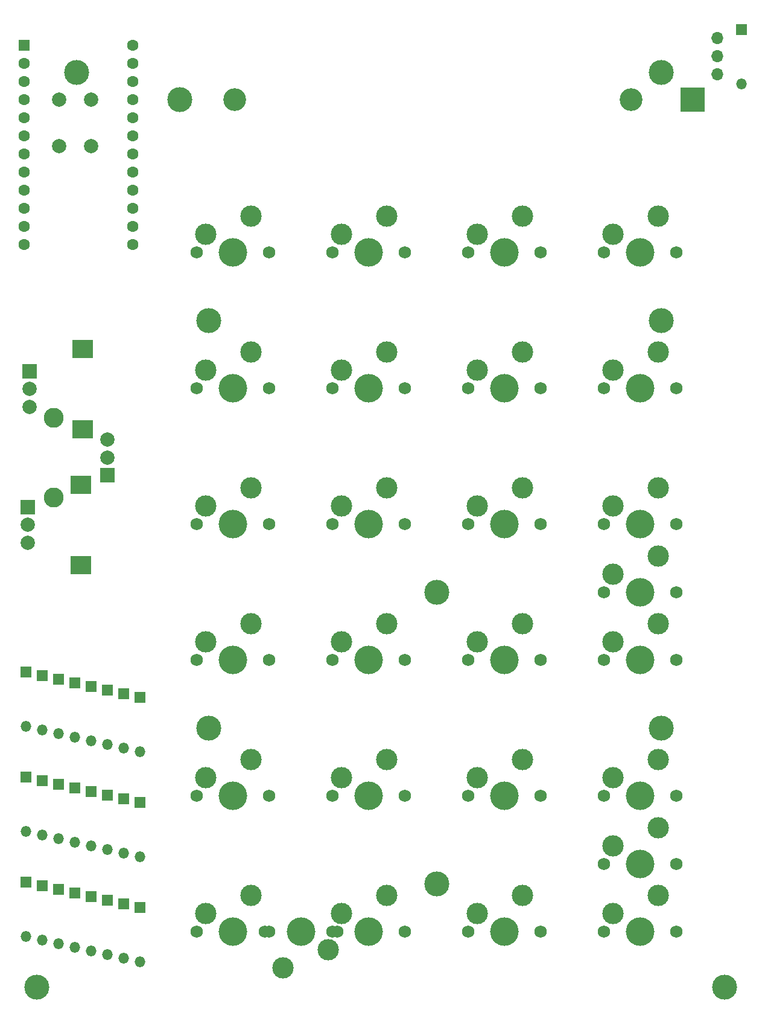
<source format=gbr>
%TF.GenerationSoftware,KiCad,Pcbnew,(5.1.10-1-10_14)*%
%TF.CreationDate,2021-10-29T16:46:54+02:00*%
%TF.ProjectId,Proletariat,50726f6c-6574-4617-9269-61742e6b6963,rev?*%
%TF.SameCoordinates,Original*%
%TF.FileFunction,Soldermask,Top*%
%TF.FilePolarity,Negative*%
%FSLAX46Y46*%
G04 Gerber Fmt 4.6, Leading zero omitted, Abs format (unit mm)*
G04 Created by KiCad (PCBNEW (5.1.10-1-10_14)) date 2021-10-29 16:46:54*
%MOMM*%
%LPD*%
G01*
G04 APERTURE LIST*
%ADD10O,1.500000X1.500000*%
%ADD11R,1.500000X1.500000*%
%ADD12O,1.700000X1.700000*%
%ADD13R,2.000000X2.000000*%
%ADD14C,2.000000*%
%ADD15R,3.000000X2.500000*%
%ADD16C,2.800000*%
%ADD17C,1.750000*%
%ADD18C,4.000000*%
%ADD19C,3.000000*%
%ADD20C,1.600000*%
%ADD21R,1.600000X1.600000*%
%ADD22C,3.500000*%
%ADD23C,3.200000*%
%ADD24R,3.500000X3.500000*%
G04 APERTURE END LIST*
D10*
%TO.C,D0*%
X147193000Y-38481000D03*
D11*
X147193000Y-30861000D03*
%TD*%
D12*
%TO.C,SW30*%
X143814800Y-37109400D03*
X143814800Y-34569400D03*
X143814800Y-32029400D03*
%TD*%
D13*
%TO.C,SW29*%
X47244000Y-78740000D03*
D14*
X47244000Y-81240000D03*
X47244000Y-83740000D03*
D15*
X54744000Y-75640000D03*
X54744000Y-86840000D03*
%TD*%
D13*
%TO.C,SW28*%
X46990000Y-97790000D03*
D14*
X46990000Y-100290000D03*
X46990000Y-102790000D03*
D15*
X54490000Y-94690000D03*
X54490000Y-105890000D03*
%TD*%
D13*
%TO.C,SW32*%
X58166000Y-93345000D03*
D14*
X58166000Y-90845000D03*
X58166000Y-88345000D03*
D16*
X50666000Y-96445000D03*
X50666000Y-85245000D03*
%TD*%
D14*
%TO.C,SW31*%
X55880000Y-47140000D03*
X51380000Y-47140000D03*
X55880000Y-40640000D03*
X51380000Y-40640000D03*
%TD*%
D10*
%TO.C,D22*%
X46736000Y-143256000D03*
D11*
X46736000Y-135636000D03*
%TD*%
D10*
%TO.C,D24*%
X46736000Y-157988000D03*
D11*
X46736000Y-150368000D03*
%TD*%
D10*
%TO.C,D23*%
X49022000Y-158496000D03*
D11*
X49022000Y-150876000D03*
%TD*%
D10*
%TO.C,D21*%
X49022000Y-143764000D03*
D11*
X49022000Y-136144000D03*
%TD*%
D10*
%TO.C,D20*%
X46736000Y-128524000D03*
D11*
X46736000Y-120904000D03*
%TD*%
D10*
%TO.C,D19*%
X49022000Y-129032000D03*
D11*
X49022000Y-121412000D03*
%TD*%
D10*
%TO.C,D18*%
X51308000Y-159004000D03*
D11*
X51308000Y-151384000D03*
%TD*%
D10*
%TO.C,D17*%
X53594000Y-159512000D03*
D11*
X53594000Y-151892000D03*
%TD*%
D10*
%TO.C,D16*%
X51308000Y-144272000D03*
D11*
X51308000Y-136652000D03*
%TD*%
D10*
%TO.C,D15*%
X53594000Y-144780000D03*
D11*
X53594000Y-137160000D03*
%TD*%
D10*
%TO.C,D14*%
X51308000Y-129540000D03*
D11*
X51308000Y-121920000D03*
%TD*%
D10*
%TO.C,D13*%
X53594000Y-130048000D03*
D11*
X53594000Y-122428000D03*
%TD*%
D10*
%TO.C,D12*%
X55880000Y-160020000D03*
D11*
X55880000Y-152400000D03*
%TD*%
D10*
%TO.C,D11*%
X58166000Y-160528000D03*
D11*
X58166000Y-152908000D03*
%TD*%
D10*
%TO.C,D10*%
X55880000Y-145288000D03*
D11*
X55880000Y-137668000D03*
%TD*%
D10*
%TO.C,D9*%
X58166000Y-145796000D03*
D11*
X58166000Y-138176000D03*
%TD*%
D10*
%TO.C,D8*%
X55880000Y-130556000D03*
D11*
X55880000Y-122936000D03*
%TD*%
D10*
%TO.C,D7*%
X58166000Y-131064000D03*
D11*
X58166000Y-123444000D03*
%TD*%
D10*
%TO.C,D6*%
X60452000Y-161036000D03*
D11*
X60452000Y-153416000D03*
%TD*%
D10*
%TO.C,D5*%
X62738000Y-161544000D03*
D11*
X62738000Y-153924000D03*
%TD*%
D10*
%TO.C,D4*%
X60452000Y-146304000D03*
D11*
X60452000Y-138684000D03*
%TD*%
D10*
%TO.C,D3*%
X62738000Y-146812000D03*
D11*
X62738000Y-139192000D03*
%TD*%
D10*
%TO.C,D2*%
X60452000Y-131572000D03*
D11*
X60452000Y-123952000D03*
%TD*%
D10*
%TO.C,D1*%
X62738000Y-132080000D03*
D11*
X62738000Y-124460000D03*
%TD*%
D17*
%TO.C,SW2*%
X80899000Y-81153000D03*
X70739000Y-81153000D03*
D18*
X75819000Y-81153000D03*
D19*
X78359000Y-76073000D03*
X72009000Y-78613000D03*
%TD*%
D17*
%TO.C,SW3*%
X80899000Y-100203000D03*
X70739000Y-100203000D03*
D18*
X75819000Y-100203000D03*
D19*
X78359000Y-95123000D03*
X72009000Y-97663000D03*
%TD*%
D17*
%TO.C,SW4*%
X80899000Y-119253000D03*
X70739000Y-119253000D03*
D18*
X75819000Y-119253000D03*
D19*
X78359000Y-114173000D03*
X72009000Y-116713000D03*
%TD*%
D17*
%TO.C,SW5*%
X80899000Y-138303000D03*
X70739000Y-138303000D03*
D18*
X75819000Y-138303000D03*
D19*
X78359000Y-133223000D03*
X72009000Y-135763000D03*
%TD*%
D17*
%TO.C,SW6*%
X80899000Y-157353000D03*
X70739000Y-157353000D03*
D18*
X75819000Y-157353000D03*
D19*
X78359000Y-152273000D03*
X72009000Y-154813000D03*
%TD*%
D17*
%TO.C,SW7*%
X80264000Y-157353000D03*
X90424000Y-157353000D03*
D18*
X85344000Y-157353000D03*
D19*
X82804000Y-162433000D03*
X89154000Y-159893000D03*
%TD*%
D17*
%TO.C,SW8*%
X99949000Y-62103000D03*
X89789000Y-62103000D03*
D18*
X94869000Y-62103000D03*
D19*
X97409000Y-57023000D03*
X91059000Y-59563000D03*
%TD*%
D17*
%TO.C,SW9*%
X99949000Y-81153000D03*
X89789000Y-81153000D03*
D18*
X94869000Y-81153000D03*
D19*
X97409000Y-76073000D03*
X91059000Y-78613000D03*
%TD*%
D17*
%TO.C,SW10*%
X99949000Y-100203000D03*
X89789000Y-100203000D03*
D18*
X94869000Y-100203000D03*
D19*
X97409000Y-95123000D03*
X91059000Y-97663000D03*
%TD*%
D17*
%TO.C,SW13*%
X99949000Y-157353000D03*
X89789000Y-157353000D03*
D18*
X94869000Y-157353000D03*
D19*
X97409000Y-152273000D03*
X91059000Y-154813000D03*
%TD*%
D17*
%TO.C,SW14*%
X118999000Y-62103000D03*
X108839000Y-62103000D03*
D18*
X113919000Y-62103000D03*
D19*
X116459000Y-57023000D03*
X110109000Y-59563000D03*
%TD*%
D17*
%TO.C,SW15*%
X118999000Y-81153000D03*
X108839000Y-81153000D03*
D18*
X113919000Y-81153000D03*
D19*
X116459000Y-76073000D03*
X110109000Y-78613000D03*
%TD*%
D17*
%TO.C,SW16*%
X118999000Y-100203000D03*
X108839000Y-100203000D03*
D18*
X113919000Y-100203000D03*
D19*
X116459000Y-95123000D03*
X110109000Y-97663000D03*
%TD*%
D17*
%TO.C,SW17*%
X118999000Y-119253000D03*
X108839000Y-119253000D03*
D18*
X113919000Y-119253000D03*
D19*
X116459000Y-114173000D03*
X110109000Y-116713000D03*
%TD*%
D17*
%TO.C,SW18*%
X118999000Y-138303000D03*
X108839000Y-138303000D03*
D18*
X113919000Y-138303000D03*
D19*
X116459000Y-133223000D03*
X110109000Y-135763000D03*
%TD*%
D17*
%TO.C,SW19*%
X118999000Y-157353000D03*
X108839000Y-157353000D03*
D18*
X113919000Y-157353000D03*
D19*
X116459000Y-152273000D03*
X110109000Y-154813000D03*
%TD*%
D17*
%TO.C,SW20*%
X138049000Y-62103000D03*
X127889000Y-62103000D03*
D18*
X132969000Y-62103000D03*
D19*
X135509000Y-57023000D03*
X129159000Y-59563000D03*
%TD*%
D17*
%TO.C,SW21*%
X138049000Y-81153000D03*
X127889000Y-81153000D03*
D18*
X132969000Y-81153000D03*
D19*
X135509000Y-76073000D03*
X129159000Y-78613000D03*
%TD*%
D17*
%TO.C,SW22*%
X138049000Y-100203000D03*
X127889000Y-100203000D03*
D18*
X132969000Y-100203000D03*
D19*
X135509000Y-95123000D03*
X129159000Y-97663000D03*
%TD*%
D17*
%TO.C,SW23*%
X138049000Y-119253000D03*
X127889000Y-119253000D03*
D18*
X132969000Y-119253000D03*
D19*
X135509000Y-114173000D03*
X129159000Y-116713000D03*
%TD*%
D17*
%TO.C,SW24*%
X138049000Y-138303000D03*
X127889000Y-138303000D03*
D18*
X132969000Y-138303000D03*
D19*
X135509000Y-133223000D03*
X129159000Y-135763000D03*
%TD*%
D17*
%TO.C,SW25*%
X138049000Y-157353000D03*
X127889000Y-157353000D03*
D18*
X132969000Y-157353000D03*
D19*
X135509000Y-152273000D03*
X129159000Y-154813000D03*
%TD*%
D17*
%TO.C,SW26*%
X138049000Y-109728000D03*
X127889000Y-109728000D03*
D18*
X132969000Y-109728000D03*
D19*
X135509000Y-104648000D03*
X129159000Y-107188000D03*
%TD*%
D17*
%TO.C,SW27*%
X138049000Y-147828000D03*
X127889000Y-147828000D03*
D18*
X132969000Y-147828000D03*
D19*
X135509000Y-142748000D03*
X129159000Y-145288000D03*
%TD*%
D17*
%TO.C,SW1*%
X80899000Y-62103000D03*
X70739000Y-62103000D03*
D18*
X75819000Y-62103000D03*
D19*
X78359000Y-57023000D03*
X72009000Y-59563000D03*
%TD*%
D20*
%TO.C,U1*%
X61722000Y-33020000D03*
X61722000Y-35560000D03*
X61722000Y-38100000D03*
X61722000Y-40640000D03*
X61722000Y-43180000D03*
X61722000Y-45720000D03*
X61722000Y-48260000D03*
X61722000Y-50800000D03*
X61722000Y-53340000D03*
X61722000Y-55880000D03*
X61722000Y-58420000D03*
X61722000Y-60960000D03*
X46482000Y-60960000D03*
X46482000Y-58420000D03*
X46482000Y-55880000D03*
X46482000Y-53340000D03*
X46482000Y-50800000D03*
X46482000Y-48260000D03*
X46482000Y-45720000D03*
X46482000Y-43180000D03*
X46482000Y-40640000D03*
X46482000Y-38100000D03*
X46482000Y-35560000D03*
D21*
X46482000Y-33020000D03*
%TD*%
D17*
%TO.C,SW12*%
X99949000Y-138303000D03*
X89789000Y-138303000D03*
D18*
X94869000Y-138303000D03*
D19*
X97409000Y-133223000D03*
X91059000Y-135763000D03*
%TD*%
D22*
%TO.C,H1*%
X135890000Y-36830000D03*
%TD*%
%TO.C,H2*%
X104394000Y-109728000D03*
%TD*%
%TO.C,H3*%
X53848000Y-36830000D03*
%TD*%
%TO.C,H4*%
X48260000Y-165100000D03*
%TD*%
%TO.C,H5*%
X72390000Y-71628000D03*
%TD*%
%TO.C,H6*%
X144780000Y-165100000D03*
%TD*%
D17*
%TO.C,SW11*%
X99949000Y-119253000D03*
X89789000Y-119253000D03*
D18*
X94869000Y-119253000D03*
D19*
X97409000Y-114173000D03*
X91059000Y-116713000D03*
%TD*%
D23*
%TO.C,BT1*%
X76080000Y-40640000D03*
X131690000Y-40640000D03*
D24*
X140335000Y-40640000D03*
D22*
X68335000Y-40640000D03*
%TD*%
%TO.C,H7*%
X135890000Y-71628000D03*
%TD*%
%TO.C,H8*%
X72390000Y-128778000D03*
%TD*%
%TO.C,H9*%
X135890000Y-128778000D03*
%TD*%
%TO.C,H10*%
X104394000Y-150622000D03*
%TD*%
M02*

</source>
